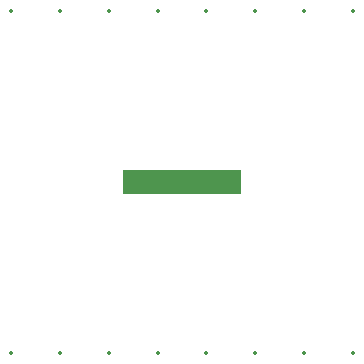
<source format=gbr>
%TF.GenerationSoftware,KiCad,Pcbnew,8.0.8*%
%TF.CreationDate,2025-07-18T16:58:47-07:00*%
%TF.ProjectId,,58585858-5858-4585-9858-585858585858,rev?*%
%TF.SameCoordinates,Original*%
%TF.FileFunction,Legend,Bot*%
%TF.FilePolarity,Positive*%
%FSLAX46Y46*%
G04 Gerber Fmt 4.6, Leading zero omitted, Abs format (unit mm)*
G04 Created by KiCad (PCBNEW 8.0.8) date 2025-07-18 16:58:47*
%MOMM*%
%LPD*%
G01*
G04 APERTURE LIST*
%ADD10C,0.350000*%
G04 APERTURE END LIST*
G36*
X12500000Y-16500000D02*
G01*
X22500000Y-16500000D01*
X22500000Y-18500000D01*
X12500000Y-18500000D01*
X12500000Y-16500000D01*
G37*
D10*
X32000000Y-32000000D03*
X32000000Y-3000000D03*
X27857142Y-32000000D03*
X27857142Y-3000000D03*
X23714285Y-32000000D03*
X23714285Y-3000000D03*
X19571428Y-32000000D03*
X19571428Y-3000000D03*
X15428571Y-32000000D03*
X15428571Y-3000000D03*
X11285714Y-32000000D03*
X11285714Y-3000000D03*
X7142857Y-32000000D03*
X7142857Y-3000000D03*
X3000000Y-32000000D03*
X3000000Y-3000000D03*
M02*

</source>
